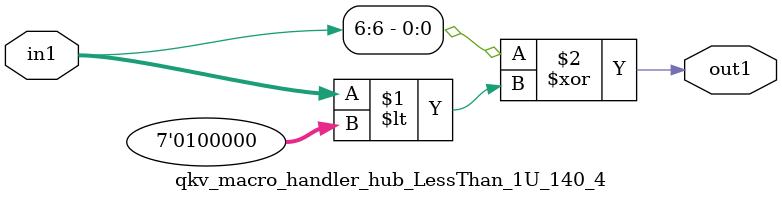
<source format=v>

`timescale 1ps / 1ps


module qkv_macro_handler_hub_LessThan_1U_140_4( in1, out1 );

    input [6:0] in1;
    output out1;

    
    // rtl_process:qkv_macro_handler_hub_LessThan_1U_140_4/qkv_macro_handler_hub_LessThan_1U_140_4_thread_1
    assign out1 = (in1[6] ^ in1 < 7'd032);

endmodule


</source>
